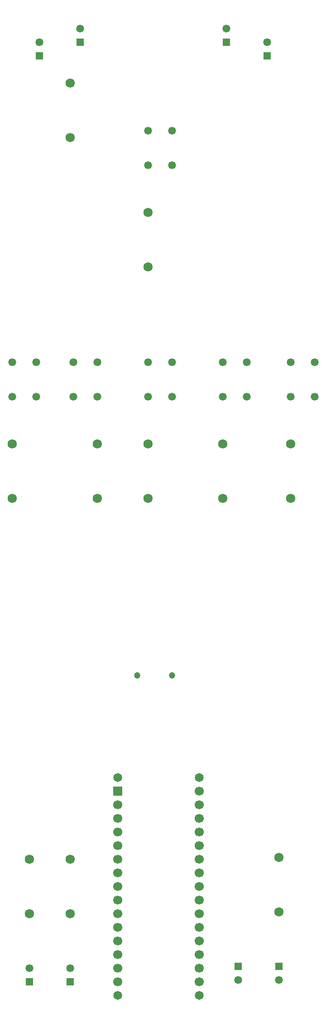
<source format=gbr>
G04 DipTrace 3.3.1.3*
G04 TopMask.gbr*
%MOIN*%
G04 #@! TF.FileFunction,Soldermask,Top*
G04 #@! TF.Part,Single*
%ADD24C,0.065*%
%ADD32C,0.05788*%
%ADD34C,0.06788*%
%ADD36C,0.06788*%
%ADD38C,0.04728*%
%ADD40R,0.05788X0.05788*%
%ADD42C,0.05788*%
%ADD44C,0.066935*%
%ADD46R,0.066935X0.066935*%
%FSLAX26Y26*%
G04*
G70*
G90*
G75*
G01*
G04 TopMask*
%LPD*%
D46*
X1818700Y2018700D3*
D44*
Y1918700D3*
Y1818700D3*
Y1718700D3*
Y1618700D3*
Y1518700D3*
Y1418700D3*
Y1318700D3*
Y1218700D3*
Y1118700D3*
Y1018700D3*
Y918700D3*
Y818700D3*
Y718700D3*
Y618700D3*
X2418700D3*
Y718700D3*
Y818700D3*
Y918700D3*
Y1018700D3*
Y1118700D3*
Y1218700D3*
Y1318700D3*
Y1418700D3*
Y1518700D3*
Y1618700D3*
Y1718700D3*
Y1818700D3*
Y1918700D3*
Y2018700D3*
D24*
X1818700Y2118700D3*
X2418700D3*
Y518700D3*
X1818700D3*
D42*
X1168700Y718700D3*
D40*
Y618700D3*
D42*
X1243700Y7518700D3*
D40*
Y7418700D3*
D42*
X3006200Y631200D3*
D40*
Y731200D3*
D42*
X2918700Y7518700D3*
D40*
Y7418700D3*
D42*
X1543700Y7618700D3*
D40*
Y7518700D3*
D42*
X2618700Y7618700D3*
D40*
Y7518700D3*
D42*
X1468700Y718700D3*
D40*
Y618700D3*
D42*
X2706200Y631200D3*
D40*
Y731200D3*
D38*
X2218700Y2868700D3*
X1962794D3*
D36*
X1168700Y1118700D3*
D34*
Y1518700D3*
D36*
X3006200Y1131200D3*
D34*
Y1531200D3*
D36*
X1468700Y7218700D3*
D34*
Y6818700D3*
D36*
Y1118700D3*
D34*
Y1518700D3*
D36*
X1668700Y4568700D3*
D34*
Y4168700D3*
D36*
X2593700Y4568700D3*
D34*
Y4168700D3*
D36*
X3093700Y4568700D3*
D34*
Y4168700D3*
D36*
X1043700Y4568700D3*
D34*
Y4168700D3*
D36*
X2043700Y6268700D3*
D34*
Y5868700D3*
D36*
Y4568700D3*
D34*
Y4168700D3*
D32*
X1668700Y5168700D3*
X1491501D3*
Y4912794D3*
X1668700D3*
X2768700Y5168700D3*
X2591501D3*
Y4912794D3*
X2768700D3*
X3268700Y5168700D3*
X3091501D3*
Y4912794D3*
X3268700D3*
X1218700Y5168700D3*
X1041501D3*
Y4912794D3*
X1218700D3*
X2218700Y6868700D3*
X2041501D3*
Y6612794D3*
X2218700D3*
Y5168700D3*
X2041501D3*
Y4912794D3*
X2218700D3*
M02*

</source>
